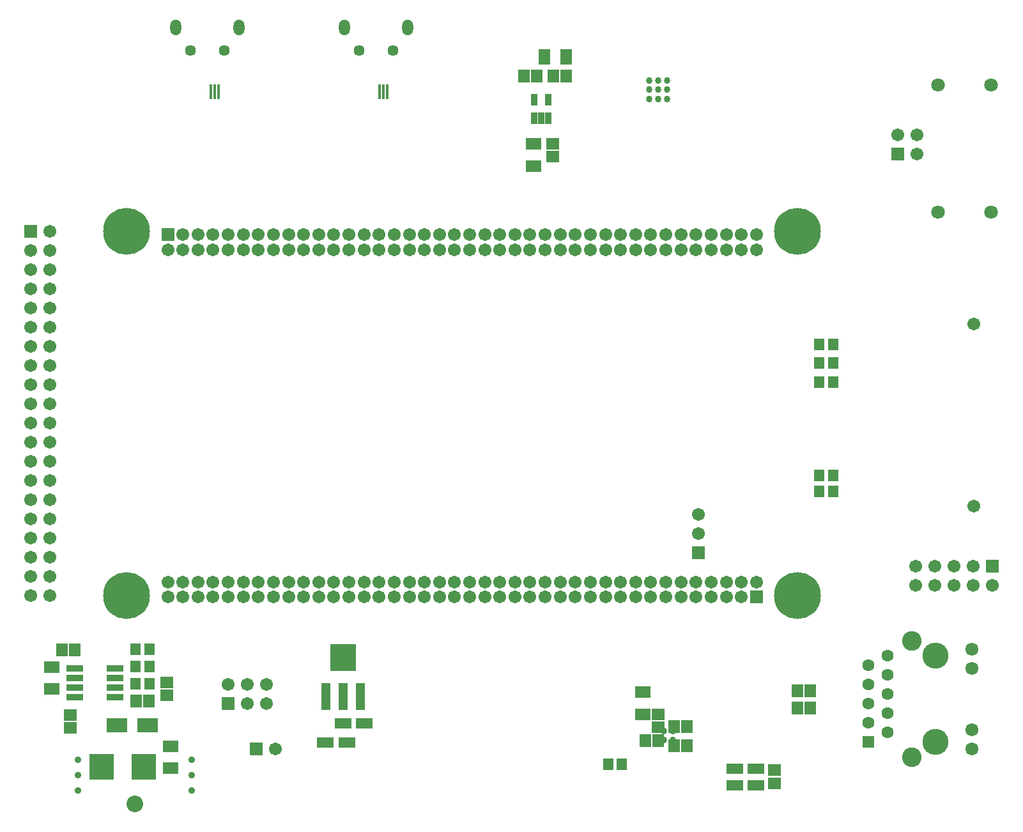
<source format=gbs>
G04 Layer_Color=16711935*
%FSLAX25Y25*%
%MOIN*%
G70*
G01*
G75*
%ADD90R,0.05918X0.06706*%
%ADD91R,0.06706X0.05918*%
%ADD92R,0.05918X0.07887*%
%ADD93R,0.07887X0.05918*%
%ADD105R,0.05524X0.06312*%
%ADD118C,0.06706*%
%ADD119R,0.06706X0.06706*%
%ADD120C,0.24422*%
%ADD121C,0.07099*%
%ADD122C,0.05721*%
%ADD123O,0.05721X0.08280*%
%ADD124C,0.08674*%
%ADD125R,0.06706X0.06706*%
%ADD126C,0.13595*%
%ADD127C,0.06784*%
%ADD128C,0.10249*%
%ADD129R,0.06312X0.06312*%
%ADD130C,0.06312*%
%ADD131C,0.03600*%
%ADD132R,0.09068X0.03556*%
%ADD133R,0.04540X0.14186*%
%ADD134R,0.13792X0.14186*%
%ADD135R,0.03556X0.05918*%
%ADD136R,0.08674X0.05524*%
%ADD137R,0.06706X0.06312*%
%ADD138R,0.01587X0.04147*%
%ADD139R,0.10642X0.07493*%
%ADD140R,0.13005X0.13595*%
%ADD141C,0.03398*%
D90*
X27953Y90596D02*
D03*
X21260D02*
D03*
X277835Y390063D02*
D03*
X284527D02*
D03*
X269094Y390158D02*
D03*
X262402D02*
D03*
X332480Y43307D02*
D03*
X325787D02*
D03*
X340748Y50787D02*
D03*
X347441D02*
D03*
X340748Y40551D02*
D03*
X347441D02*
D03*
X404921Y69291D02*
D03*
X411614D02*
D03*
X404921Y60492D02*
D03*
X411614D02*
D03*
X60001Y64058D02*
D03*
X66694D02*
D03*
D91*
X277307Y347913D02*
D03*
Y354606D02*
D03*
X332283Y50197D02*
D03*
Y56890D02*
D03*
X25591Y56685D02*
D03*
Y49992D02*
D03*
X76198Y73540D02*
D03*
Y66847D02*
D03*
D92*
X273079Y400063D02*
D03*
X284496D02*
D03*
D93*
X16070Y70304D02*
D03*
Y81722D02*
D03*
X267307Y343158D02*
D03*
Y354575D02*
D03*
X324284Y68531D02*
D03*
Y57114D02*
D03*
X77969Y29052D02*
D03*
Y40470D02*
D03*
D105*
X416488Y230495D02*
D03*
X423575D02*
D03*
X416488Y240274D02*
D03*
X423575D02*
D03*
X416488Y250054D02*
D03*
X423575D02*
D03*
X416488Y173306D02*
D03*
X423575D02*
D03*
X416488Y181510D02*
D03*
X423575D02*
D03*
X313386Y31102D02*
D03*
X306299D02*
D03*
X66891Y90880D02*
D03*
X59804D02*
D03*
X66891Y73130D02*
D03*
X59804D02*
D03*
Y82005D02*
D03*
X66891D02*
D03*
D118*
X273425Y299449D02*
D03*
X265551D02*
D03*
X257677D02*
D03*
X249803D02*
D03*
X241929D02*
D03*
X234055D02*
D03*
X281299D02*
D03*
X289173D02*
D03*
X297047D02*
D03*
X304921D02*
D03*
Y307323D02*
D03*
X297047D02*
D03*
X289173D02*
D03*
X281299D02*
D03*
X234055D02*
D03*
X241929D02*
D03*
X249803D02*
D03*
X257677D02*
D03*
X265551D02*
D03*
X273425D02*
D03*
X352165D02*
D03*
X344291D02*
D03*
X336417D02*
D03*
X328543D02*
D03*
X320669D02*
D03*
X312795D02*
D03*
X360039D02*
D03*
X367913D02*
D03*
X375787D02*
D03*
X383661D02*
D03*
Y299449D02*
D03*
X375787D02*
D03*
X367913D02*
D03*
X360039D02*
D03*
X312795D02*
D03*
X320669D02*
D03*
X328543D02*
D03*
X336417D02*
D03*
X344291D02*
D03*
X352165D02*
D03*
X194685D02*
D03*
X186811D02*
D03*
X178937D02*
D03*
X171063D02*
D03*
X163189D02*
D03*
X155315D02*
D03*
X202559D02*
D03*
X210433D02*
D03*
X218307D02*
D03*
X226181D02*
D03*
Y307323D02*
D03*
X218307D02*
D03*
X210433D02*
D03*
X202559D02*
D03*
X155315D02*
D03*
X163189D02*
D03*
X171063D02*
D03*
X178937D02*
D03*
X186811D02*
D03*
X194685D02*
D03*
X115945D02*
D03*
X108071D02*
D03*
X100197D02*
D03*
X92323D02*
D03*
X84449D02*
D03*
X123819D02*
D03*
X131693D02*
D03*
X139567D02*
D03*
X147441D02*
D03*
Y299449D02*
D03*
X139567D02*
D03*
X131693D02*
D03*
X123819D02*
D03*
X76575D02*
D03*
X84449D02*
D03*
X92323D02*
D03*
X100197D02*
D03*
X108071D02*
D03*
X115945D02*
D03*
X186811Y126142D02*
D03*
X194685D02*
D03*
X202559D02*
D03*
X210433D02*
D03*
X218307D02*
D03*
X226181D02*
D03*
X178937D02*
D03*
X171063D02*
D03*
X163189D02*
D03*
X155315D02*
D03*
Y118268D02*
D03*
X163189D02*
D03*
X171063D02*
D03*
X178937D02*
D03*
X226181D02*
D03*
X218307D02*
D03*
X210433D02*
D03*
X202559D02*
D03*
X194685D02*
D03*
X186811D02*
D03*
X108071D02*
D03*
X115945D02*
D03*
X123819D02*
D03*
X131693D02*
D03*
X139567D02*
D03*
X147441D02*
D03*
X100197D02*
D03*
X92323D02*
D03*
X84449D02*
D03*
X76575D02*
D03*
Y126142D02*
D03*
X84449D02*
D03*
X92323D02*
D03*
X100197D02*
D03*
X147441D02*
D03*
X139567D02*
D03*
X131693D02*
D03*
X123819D02*
D03*
X115945D02*
D03*
X108071D02*
D03*
X265551D02*
D03*
X273425D02*
D03*
X281299D02*
D03*
X289173D02*
D03*
X297047D02*
D03*
X304921D02*
D03*
X257677D02*
D03*
X249803D02*
D03*
X241929D02*
D03*
X234055D02*
D03*
Y118268D02*
D03*
X241929D02*
D03*
X249803D02*
D03*
X257677D02*
D03*
X304921D02*
D03*
X297047D02*
D03*
X289173D02*
D03*
X281299D02*
D03*
X273425D02*
D03*
X265551D02*
D03*
X344291D02*
D03*
X352165D02*
D03*
X360039D02*
D03*
X367913D02*
D03*
X375787D02*
D03*
X336417D02*
D03*
X328543D02*
D03*
X320669D02*
D03*
X312795D02*
D03*
Y126142D02*
D03*
X320669D02*
D03*
X328543D02*
D03*
X336417D02*
D03*
X383661D02*
D03*
X375787D02*
D03*
X367913D02*
D03*
X360039D02*
D03*
X352165D02*
D03*
X344291D02*
D03*
X497049Y260833D02*
D03*
Y165558D02*
D03*
X128030Y72615D02*
D03*
Y62615D02*
D03*
X118030Y72615D02*
D03*
Y62615D02*
D03*
X108030Y72615D02*
D03*
X15118Y118937D02*
D03*
X5118D02*
D03*
X15118Y128937D02*
D03*
X5118D02*
D03*
X15118Y138937D02*
D03*
X5118D02*
D03*
X15118Y148937D02*
D03*
X5118D02*
D03*
X15118Y158937D02*
D03*
X5118D02*
D03*
X15118Y168937D02*
D03*
X5118D02*
D03*
X15118Y178937D02*
D03*
X5118D02*
D03*
X15118Y188937D02*
D03*
X5118D02*
D03*
X15118Y198937D02*
D03*
X5118D02*
D03*
X15118Y208937D02*
D03*
X5118D02*
D03*
X15118Y218937D02*
D03*
X5118D02*
D03*
X15118Y228937D02*
D03*
X5118D02*
D03*
X15118Y238937D02*
D03*
X5118D02*
D03*
X15118Y248937D02*
D03*
X5118D02*
D03*
X15118Y258937D02*
D03*
X5118D02*
D03*
X15118Y268937D02*
D03*
X5118D02*
D03*
X15118Y278937D02*
D03*
X5118D02*
D03*
X15118Y288937D02*
D03*
X5118D02*
D03*
X15118Y298937D02*
D03*
X5118D02*
D03*
X15118Y308937D02*
D03*
X132818Y39117D02*
D03*
X467378Y359386D02*
D03*
Y349386D02*
D03*
X457378Y359386D02*
D03*
X353543Y161339D02*
D03*
Y151339D02*
D03*
X506693Y124252D02*
D03*
X496693Y134252D02*
D03*
Y124252D02*
D03*
X486693Y134252D02*
D03*
Y124252D02*
D03*
X476693Y134252D02*
D03*
Y124252D02*
D03*
X466693Y134252D02*
D03*
Y124252D02*
D03*
D119*
X76575Y307323D02*
D03*
X383661Y118268D02*
D03*
X108030Y62615D02*
D03*
X122818Y39117D02*
D03*
X457378Y349386D02*
D03*
X506693Y134252D02*
D03*
D120*
X55118Y118937D02*
D03*
X405118D02*
D03*
Y308937D02*
D03*
X55118D02*
D03*
D121*
X478390Y318921D02*
D03*
X505949D02*
D03*
X478390Y385386D02*
D03*
X505949D02*
D03*
D122*
X194010Y403294D02*
D03*
X176490D02*
D03*
X106057D02*
D03*
X88538D02*
D03*
D123*
X201687Y415302D02*
D03*
X168813D02*
D03*
X113735D02*
D03*
X80861D02*
D03*
D124*
X59465Y10346D02*
D03*
D125*
X5118Y308937D02*
D03*
X353543Y141339D02*
D03*
D126*
X476894Y87512D02*
D03*
Y42512D02*
D03*
D127*
X496185Y48909D02*
D03*
Y81114D02*
D03*
Y38909D02*
D03*
Y91114D02*
D03*
D128*
X464886Y95504D02*
D03*
Y34520D02*
D03*
D129*
X441894Y42512D02*
D03*
D130*
Y52512D02*
D03*
Y62512D02*
D03*
Y72512D02*
D03*
Y82512D02*
D03*
X451894Y47512D02*
D03*
Y57512D02*
D03*
Y67512D02*
D03*
Y77512D02*
D03*
Y87512D02*
D03*
D131*
X158945Y70303D02*
D03*
Y66268D02*
D03*
Y62232D02*
D03*
X163567Y84579D02*
D03*
Y88614D02*
D03*
X172622Y84579D02*
D03*
Y88614D02*
D03*
X168095D02*
D03*
Y84579D02*
D03*
X177055Y70303D02*
D03*
Y66268D02*
D03*
Y62232D02*
D03*
X89189Y17236D02*
D03*
Y25307D02*
D03*
Y33378D02*
D03*
X29740D02*
D03*
Y25307D02*
D03*
Y17236D02*
D03*
X60039Y29528D02*
D03*
X67913D02*
D03*
X64173D02*
D03*
D132*
X28095Y65954D02*
D03*
Y70954D02*
D03*
Y75954D02*
D03*
Y80954D02*
D03*
X48961Y65954D02*
D03*
Y70954D02*
D03*
Y75954D02*
D03*
Y80954D02*
D03*
D133*
X177055Y66268D02*
D03*
X168000D02*
D03*
X158945D02*
D03*
D134*
X168000Y86740D02*
D03*
D135*
X275047Y368142D02*
D03*
X271307D02*
D03*
X267567D02*
D03*
Y377590D02*
D03*
X275047D02*
D03*
D136*
X383465Y28740D02*
D03*
X372441D02*
D03*
X383465Y20079D02*
D03*
X372441D02*
D03*
X158882Y42504D02*
D03*
X169905D02*
D03*
X168095Y52504D02*
D03*
X179118D02*
D03*
D137*
X392913Y20866D02*
D03*
Y27953D02*
D03*
D138*
X187008Y383819D02*
D03*
X188976D02*
D03*
X190945D02*
D03*
X187008Y379961D02*
D03*
X188976D02*
D03*
X190945D02*
D03*
X99055Y383819D02*
D03*
X101024D02*
D03*
X102992D02*
D03*
X99055Y379961D02*
D03*
X101024D02*
D03*
X102992D02*
D03*
D139*
X50197Y51493D02*
D03*
X65945D02*
D03*
D140*
X64173Y29528D02*
D03*
X42126D02*
D03*
D141*
X327740Y387567D02*
D03*
X332465D02*
D03*
X337189D02*
D03*
X327740Y382842D02*
D03*
X332465D02*
D03*
X337189D02*
D03*
X327740Y378118D02*
D03*
X332465D02*
D03*
X337189D02*
D03*
X340158Y48425D02*
D03*
Y43701D02*
D03*
X335433Y48425D02*
D03*
Y43701D02*
D03*
M02*

</source>
